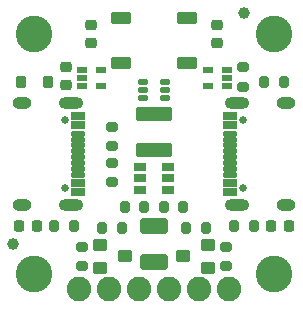
<source format=gts>
%TF.GenerationSoftware,KiCad,Pcbnew,8.0.5*%
%TF.CreationDate,2024-09-30T11:30:18+01:00*%
%TF.ProjectId,Soft_Power_Switch_USB-C,536f6674-5f50-46f7-9765-725f53776974,v01*%
%TF.SameCoordinates,Original*%
%TF.FileFunction,Soldermask,Top*%
%TF.FilePolarity,Negative*%
%FSLAX46Y46*%
G04 Gerber Fmt 4.6, Leading zero omitted, Abs format (unit mm)*
G04 Created by KiCad (PCBNEW 8.0.5) date 2024-09-30 11:30:18*
%MOMM*%
%LPD*%
G01*
G04 APERTURE LIST*
G04 Aperture macros list*
%AMRoundRect*
0 Rectangle with rounded corners*
0 $1 Rounding radius*
0 $2 $3 $4 $5 $6 $7 $8 $9 X,Y pos of 4 corners*
0 Add a 4 corners polygon primitive as box body*
4,1,4,$2,$3,$4,$5,$6,$7,$8,$9,$2,$3,0*
0 Add four circle primitives for the rounded corners*
1,1,$1+$1,$2,$3*
1,1,$1+$1,$4,$5*
1,1,$1+$1,$6,$7*
1,1,$1+$1,$8,$9*
0 Add four rect primitives between the rounded corners*
20,1,$1+$1,$2,$3,$4,$5,0*
20,1,$1+$1,$4,$5,$6,$7,0*
20,1,$1+$1,$6,$7,$8,$9,0*
20,1,$1+$1,$8,$9,$2,$3,0*%
G04 Aperture macros list end*
%ADD10RoundRect,0.101600X0.762000X-0.381000X0.762000X0.381000X-0.762000X0.381000X-0.762000X-0.381000X0*%
%ADD11RoundRect,0.218750X0.218750X0.256250X-0.218750X0.256250X-0.218750X-0.256250X0.218750X-0.256250X0*%
%ADD12RoundRect,0.218750X-0.218750X-0.256250X0.218750X-0.256250X0.218750X0.256250X-0.218750X0.256250X0*%
%ADD13RoundRect,0.250000X-0.925000X0.412500X-0.925000X-0.412500X0.925000X-0.412500X0.925000X0.412500X0*%
%ADD14RoundRect,0.101600X-0.400000X0.275000X-0.400000X-0.275000X0.400000X-0.275000X0.400000X0.275000X0*%
%ADD15RoundRect,0.101600X0.400000X-0.275000X0.400000X0.275000X-0.400000X0.275000X-0.400000X-0.275000X0*%
%ADD16RoundRect,0.101600X-0.350000X0.150000X-0.350000X-0.150000X0.350000X-0.150000X0.350000X0.150000X0*%
%ADD17C,2.082800*%
%ADD18RoundRect,0.200000X-0.275000X0.200000X-0.275000X-0.200000X0.275000X-0.200000X0.275000X0.200000X0*%
%ADD19RoundRect,0.200000X-0.200000X-0.275000X0.200000X-0.275000X0.200000X0.275000X-0.200000X0.275000X0*%
%ADD20RoundRect,0.200000X0.275000X-0.200000X0.275000X0.200000X-0.275000X0.200000X-0.275000X-0.200000X0*%
%ADD21C,3.100000*%
%ADD22C,1.000000*%
%ADD23RoundRect,0.101600X-0.450000X0.400000X-0.450000X-0.400000X0.450000X-0.400000X0.450000X0.400000X0*%
%ADD24C,0.650000*%
%ADD25RoundRect,0.070000X-0.500000X0.150000X-0.500000X-0.150000X0.500000X-0.150000X0.500000X0.150000X0*%
%ADD26RoundRect,0.070000X0.500000X-0.150000X0.500000X0.150000X-0.500000X0.150000X-0.500000X-0.150000X0*%
%ADD27RoundRect,0.070000X-0.500000X0.300000X-0.500000X-0.300000X0.500000X-0.300000X0.500000X0.300000X0*%
%ADD28RoundRect,0.070000X0.500000X-0.300000X0.500000X0.300000X-0.500000X0.300000X-0.500000X-0.300000X0*%
%ADD29O,1.600000X1.000000*%
%ADD30O,2.100000X1.000000*%
%ADD31RoundRect,0.200000X0.200000X0.275000X-0.200000X0.275000X-0.200000X-0.275000X0.200000X-0.275000X0*%
%ADD32RoundRect,0.225000X0.250000X-0.225000X0.250000X0.225000X-0.250000X0.225000X-0.250000X-0.225000X0*%
%ADD33RoundRect,0.101600X0.330000X-0.150000X0.330000X0.150000X-0.330000X0.150000X-0.330000X-0.150000X0*%
%ADD34RoundRect,0.101600X-0.315000X-0.415000X0.315000X-0.415000X0.315000X0.415000X-0.315000X0.415000X0*%
%ADD35RoundRect,0.101600X0.350000X-0.150000X0.350000X0.150000X-0.350000X0.150000X-0.350000X-0.150000X0*%
%ADD36RoundRect,0.101600X1.400000X-0.500000X1.400000X0.500000X-1.400000X0.500000X-1.400000X-0.500000X0*%
%ADD37RoundRect,0.101600X0.450000X-0.400000X0.450000X0.400000X-0.450000X0.400000X-0.450000X-0.400000X0*%
G04 APERTURE END LIST*
D10*
%TO.C,SW1*%
X9906000Y24257000D03*
X15494000Y24257000D03*
X9906000Y20447000D03*
X15494000Y20447000D03*
%TD*%
D11*
%TO.C,D3*%
X24155500Y6604000D03*
X22580500Y6604000D03*
%TD*%
D12*
%TO.C,D2*%
X1244500Y6604000D03*
X2819500Y6604000D03*
%TD*%
D13*
%TO.C,C2*%
X12700000Y6617500D03*
X12700000Y3542500D03*
%TD*%
D14*
%TO.C,Q3*%
X11500000Y11618000D03*
X11500000Y10668000D03*
X11500000Y9718000D03*
X13900000Y9718000D03*
D15*
X13900000Y10668000D03*
D14*
X13900000Y11618000D03*
%TD*%
D16*
%TO.C,U2*%
X6566000Y19827000D03*
X6566000Y19177000D03*
X6566000Y18527000D03*
X8166000Y18527000D03*
X8166000Y19827000D03*
%TD*%
D17*
%TO.C,J3*%
X19050000Y1270000D03*
X16510000Y1270000D03*
X13970000Y1270000D03*
X11430000Y1270000D03*
X8890000Y1270000D03*
X6350000Y1270000D03*
%TD*%
D18*
%TO.C,R8*%
X18796000Y4889000D03*
X18796000Y3239000D03*
%TD*%
D19*
%TO.C,R4*%
X19495000Y6604000D03*
X21145000Y6604000D03*
%TD*%
D20*
%TO.C,R1*%
X20193000Y18416000D03*
X20193000Y20066000D03*
%TD*%
D21*
%TO.C,ST4*%
X22860000Y2540000D03*
%TD*%
D18*
%TO.C,R11*%
X9144000Y12001000D03*
X9144000Y10351000D03*
%TD*%
D22*
%TO.C,FID4*%
X762000Y5080000D03*
%TD*%
D23*
%TO.C,Q1*%
X8144000Y5014000D03*
X8144000Y3114000D03*
X10244000Y4064000D03*
%TD*%
D22*
%TO.C,FID1*%
X20320000Y24638000D03*
%TD*%
D18*
%TO.C,R6*%
X6604000Y4889000D03*
X6604000Y3239000D03*
%TD*%
D24*
%TO.C,J2*%
X20241000Y9810000D03*
X20241000Y15590000D03*
D25*
X19136000Y11450000D03*
X19136000Y12450000D03*
D26*
X19136000Y12950000D03*
X19136000Y13950000D03*
X19136000Y14450000D03*
X19136000Y13450000D03*
D25*
X19136000Y11950000D03*
X19136000Y10950000D03*
D27*
X19136000Y9475000D03*
D28*
X19136000Y15925000D03*
D29*
X23891000Y8382000D03*
D30*
X19711000Y8382000D03*
X19711000Y17018000D03*
D29*
X23891000Y17018000D03*
D27*
X19136000Y10250000D03*
D28*
X19136000Y15150000D03*
%TD*%
D31*
%TO.C,R3*%
X5905000Y6604000D03*
X4255000Y6604000D03*
%TD*%
D32*
%TO.C,C4*%
X18034000Y22085000D03*
X18034000Y23635000D03*
%TD*%
D19*
%TO.C,R5*%
X8319000Y6477000D03*
X9969000Y6477000D03*
%TD*%
D32*
%TO.C,C3*%
X7366000Y22085000D03*
X7366000Y23635000D03*
%TD*%
D33*
%TO.C,U4*%
X11780000Y18811000D03*
X11780000Y18161000D03*
X11780000Y17511000D03*
X13620000Y17511000D03*
X13620000Y18161000D03*
X13620000Y18811000D03*
%TD*%
D34*
%TO.C,D1*%
X3690000Y18796000D03*
X1390000Y18796000D03*
%TD*%
D21*
%TO.C,ST3*%
X22860000Y22860000D03*
%TD*%
D19*
%TO.C,R7*%
X15431000Y6477000D03*
X17081000Y6477000D03*
%TD*%
D35*
%TO.C,U3*%
X18834000Y18527000D03*
X18834000Y19177000D03*
X18834000Y19827000D03*
X17234000Y19827000D03*
X17234000Y18527000D03*
%TD*%
D19*
%TO.C,R2*%
X22035000Y18796000D03*
X23685000Y18796000D03*
%TD*%
D24*
%TO.C,J1*%
X5159000Y15590000D03*
X5159000Y9810000D03*
D26*
X6264000Y13950000D03*
X6264000Y12950000D03*
D25*
X6264000Y12450000D03*
X6264000Y11450000D03*
X6264000Y10950000D03*
X6264000Y11950000D03*
D26*
X6264000Y13450000D03*
X6264000Y14450000D03*
D28*
X6264000Y15925000D03*
D27*
X6264000Y9475000D03*
D29*
X1509000Y17018000D03*
D30*
X5689000Y17018000D03*
X5689000Y8382000D03*
D29*
X1509000Y8382000D03*
D28*
X6264000Y15150000D03*
D27*
X6264000Y10250000D03*
%TD*%
D20*
%TO.C,R12*%
X9144000Y13399000D03*
X9144000Y15049000D03*
%TD*%
D19*
%TO.C,R9*%
X13526000Y8255000D03*
X15176000Y8255000D03*
%TD*%
D32*
%TO.C,C1*%
X5207000Y18529000D03*
X5207000Y20079000D03*
%TD*%
D31*
%TO.C,R10*%
X11874000Y8255000D03*
X10224000Y8255000D03*
%TD*%
D21*
%TO.C,ST1*%
X2540000Y22860000D03*
%TD*%
D36*
%TO.C,F1*%
X12700000Y13105000D03*
X12700000Y16105000D03*
%TD*%
D37*
%TO.C,Q2*%
X17256000Y3114000D03*
X17256000Y5014000D03*
X15156000Y4064000D03*
%TD*%
D21*
%TO.C,ST2*%
X2540000Y2540000D03*
%TD*%
M02*

</source>
